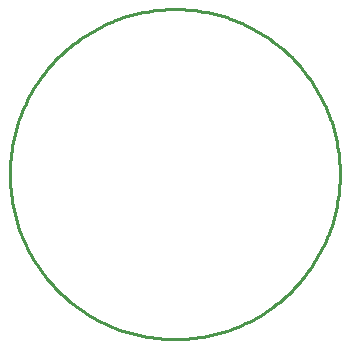
<source format=gko>
G75*
%MOIN*%
%OFA0B0*%
%FSLAX25Y25*%
%IPPOS*%
%LPD*%
%AMOC8*
5,1,8,0,0,1.08239X$1,22.5*
%
%ADD10C,0.01000*%
D10*
X0053000Y0083000D02*
X0053017Y0084350D01*
X0053066Y0085699D01*
X0053149Y0087046D01*
X0053265Y0088391D01*
X0053414Y0089733D01*
X0053595Y0091070D01*
X0053810Y0092403D01*
X0054057Y0093730D01*
X0054336Y0095051D01*
X0054648Y0096364D01*
X0054992Y0097669D01*
X0055368Y0098966D01*
X0055776Y0100252D01*
X0056215Y0101529D01*
X0056685Y0102794D01*
X0057187Y0104048D01*
X0057718Y0105288D01*
X0058281Y0106516D01*
X0058873Y0107729D01*
X0059494Y0108927D01*
X0060145Y0110109D01*
X0060825Y0111276D01*
X0061533Y0112425D01*
X0062269Y0113556D01*
X0063033Y0114669D01*
X0063824Y0115763D01*
X0064641Y0116838D01*
X0065484Y0117892D01*
X0066354Y0118925D01*
X0067248Y0119936D01*
X0068166Y0120925D01*
X0069109Y0121891D01*
X0070075Y0122834D01*
X0071064Y0123752D01*
X0072075Y0124646D01*
X0073108Y0125516D01*
X0074162Y0126359D01*
X0075237Y0127176D01*
X0076331Y0127967D01*
X0077444Y0128731D01*
X0078575Y0129467D01*
X0079724Y0130175D01*
X0080891Y0130855D01*
X0082073Y0131506D01*
X0083271Y0132127D01*
X0084484Y0132719D01*
X0085712Y0133282D01*
X0086952Y0133813D01*
X0088206Y0134315D01*
X0089471Y0134785D01*
X0090748Y0135224D01*
X0092034Y0135632D01*
X0093331Y0136008D01*
X0094636Y0136352D01*
X0095949Y0136664D01*
X0097270Y0136943D01*
X0098597Y0137190D01*
X0099930Y0137405D01*
X0101267Y0137586D01*
X0102609Y0137735D01*
X0103954Y0137851D01*
X0105301Y0137934D01*
X0106650Y0137983D01*
X0108000Y0138000D01*
X0109350Y0137983D01*
X0110699Y0137934D01*
X0112046Y0137851D01*
X0113391Y0137735D01*
X0114733Y0137586D01*
X0116070Y0137405D01*
X0117403Y0137190D01*
X0118730Y0136943D01*
X0120051Y0136664D01*
X0121364Y0136352D01*
X0122669Y0136008D01*
X0123966Y0135632D01*
X0125252Y0135224D01*
X0126529Y0134785D01*
X0127794Y0134315D01*
X0129048Y0133813D01*
X0130288Y0133282D01*
X0131516Y0132719D01*
X0132729Y0132127D01*
X0133927Y0131506D01*
X0135109Y0130855D01*
X0136276Y0130175D01*
X0137425Y0129467D01*
X0138556Y0128731D01*
X0139669Y0127967D01*
X0140763Y0127176D01*
X0141838Y0126359D01*
X0142892Y0125516D01*
X0143925Y0124646D01*
X0144936Y0123752D01*
X0145925Y0122834D01*
X0146891Y0121891D01*
X0147834Y0120925D01*
X0148752Y0119936D01*
X0149646Y0118925D01*
X0150516Y0117892D01*
X0151359Y0116838D01*
X0152176Y0115763D01*
X0152967Y0114669D01*
X0153731Y0113556D01*
X0154467Y0112425D01*
X0155175Y0111276D01*
X0155855Y0110109D01*
X0156506Y0108927D01*
X0157127Y0107729D01*
X0157719Y0106516D01*
X0158282Y0105288D01*
X0158813Y0104048D01*
X0159315Y0102794D01*
X0159785Y0101529D01*
X0160224Y0100252D01*
X0160632Y0098966D01*
X0161008Y0097669D01*
X0161352Y0096364D01*
X0161664Y0095051D01*
X0161943Y0093730D01*
X0162190Y0092403D01*
X0162405Y0091070D01*
X0162586Y0089733D01*
X0162735Y0088391D01*
X0162851Y0087046D01*
X0162934Y0085699D01*
X0162983Y0084350D01*
X0163000Y0083000D01*
X0162983Y0081650D01*
X0162934Y0080301D01*
X0162851Y0078954D01*
X0162735Y0077609D01*
X0162586Y0076267D01*
X0162405Y0074930D01*
X0162190Y0073597D01*
X0161943Y0072270D01*
X0161664Y0070949D01*
X0161352Y0069636D01*
X0161008Y0068331D01*
X0160632Y0067034D01*
X0160224Y0065748D01*
X0159785Y0064471D01*
X0159315Y0063206D01*
X0158813Y0061952D01*
X0158282Y0060712D01*
X0157719Y0059484D01*
X0157127Y0058271D01*
X0156506Y0057073D01*
X0155855Y0055891D01*
X0155175Y0054724D01*
X0154467Y0053575D01*
X0153731Y0052444D01*
X0152967Y0051331D01*
X0152176Y0050237D01*
X0151359Y0049162D01*
X0150516Y0048108D01*
X0149646Y0047075D01*
X0148752Y0046064D01*
X0147834Y0045075D01*
X0146891Y0044109D01*
X0145925Y0043166D01*
X0144936Y0042248D01*
X0143925Y0041354D01*
X0142892Y0040484D01*
X0141838Y0039641D01*
X0140763Y0038824D01*
X0139669Y0038033D01*
X0138556Y0037269D01*
X0137425Y0036533D01*
X0136276Y0035825D01*
X0135109Y0035145D01*
X0133927Y0034494D01*
X0132729Y0033873D01*
X0131516Y0033281D01*
X0130288Y0032718D01*
X0129048Y0032187D01*
X0127794Y0031685D01*
X0126529Y0031215D01*
X0125252Y0030776D01*
X0123966Y0030368D01*
X0122669Y0029992D01*
X0121364Y0029648D01*
X0120051Y0029336D01*
X0118730Y0029057D01*
X0117403Y0028810D01*
X0116070Y0028595D01*
X0114733Y0028414D01*
X0113391Y0028265D01*
X0112046Y0028149D01*
X0110699Y0028066D01*
X0109350Y0028017D01*
X0108000Y0028000D01*
X0106650Y0028017D01*
X0105301Y0028066D01*
X0103954Y0028149D01*
X0102609Y0028265D01*
X0101267Y0028414D01*
X0099930Y0028595D01*
X0098597Y0028810D01*
X0097270Y0029057D01*
X0095949Y0029336D01*
X0094636Y0029648D01*
X0093331Y0029992D01*
X0092034Y0030368D01*
X0090748Y0030776D01*
X0089471Y0031215D01*
X0088206Y0031685D01*
X0086952Y0032187D01*
X0085712Y0032718D01*
X0084484Y0033281D01*
X0083271Y0033873D01*
X0082073Y0034494D01*
X0080891Y0035145D01*
X0079724Y0035825D01*
X0078575Y0036533D01*
X0077444Y0037269D01*
X0076331Y0038033D01*
X0075237Y0038824D01*
X0074162Y0039641D01*
X0073108Y0040484D01*
X0072075Y0041354D01*
X0071064Y0042248D01*
X0070075Y0043166D01*
X0069109Y0044109D01*
X0068166Y0045075D01*
X0067248Y0046064D01*
X0066354Y0047075D01*
X0065484Y0048108D01*
X0064641Y0049162D01*
X0063824Y0050237D01*
X0063033Y0051331D01*
X0062269Y0052444D01*
X0061533Y0053575D01*
X0060825Y0054724D01*
X0060145Y0055891D01*
X0059494Y0057073D01*
X0058873Y0058271D01*
X0058281Y0059484D01*
X0057718Y0060712D01*
X0057187Y0061952D01*
X0056685Y0063206D01*
X0056215Y0064471D01*
X0055776Y0065748D01*
X0055368Y0067034D01*
X0054992Y0068331D01*
X0054648Y0069636D01*
X0054336Y0070949D01*
X0054057Y0072270D01*
X0053810Y0073597D01*
X0053595Y0074930D01*
X0053414Y0076267D01*
X0053265Y0077609D01*
X0053149Y0078954D01*
X0053066Y0080301D01*
X0053017Y0081650D01*
X0053000Y0083000D01*
M02*

</source>
